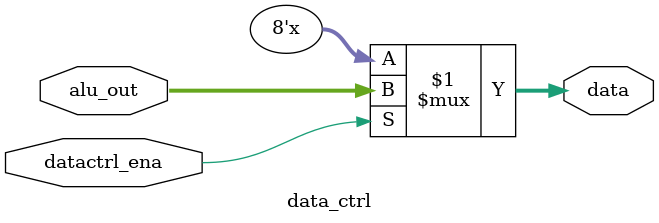
<source format=v>
module data_ctrl(
    input       [7:0]   alu_out,
    input               datactrl_ena,
    output wire [7:0]   data
);

    assign data = (datactrl_ena) ? alu_out : 8'hzz;
    // when ACC don't export data, the data bus is tri-state

endmodule 

</source>
